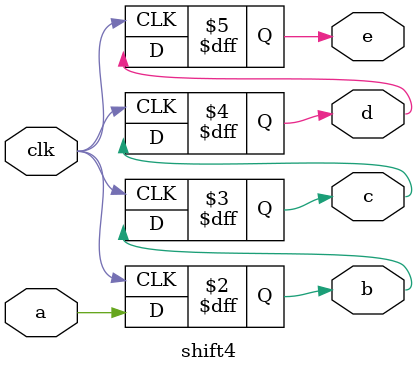
<source format=v>
/*
module shift4(clk, a, b, c, d, e);
	input clk;
	input a;
	output reg b, c, d, e;
	
	always @(posedge clk) begin
		b = a;
		c = b;
		d = c;
		e = d;
	end
endmodule
*/
/*
module shift4(clk, a, b, c, d, e);
	input clk;
	input a;
	output reg b, c, d, e;
	
	always @(posedge clk) begin
		b <= a;
		c <= b;
		d <= c;
		e <= d;
	end
endmodule
*/
module shift4(clk, a, b, c, d, e);
	input clk;
	input a;
	output reg b, c, d, e;
	
	always @(posedge clk)
		{b, c, d, e} <= {a, b, c ,d};
endmodule

</source>
